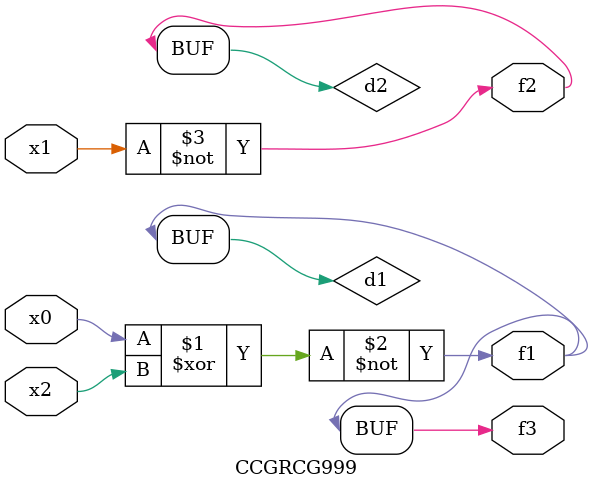
<source format=v>
module CCGRCG999(
	input x0, x1, x2,
	output f1, f2, f3
);

	wire d1, d2, d3;

	xnor (d1, x0, x2);
	nand (d2, x1);
	nor (d3, x1, x2);
	assign f1 = d1;
	assign f2 = d2;
	assign f3 = d1;
endmodule

</source>
